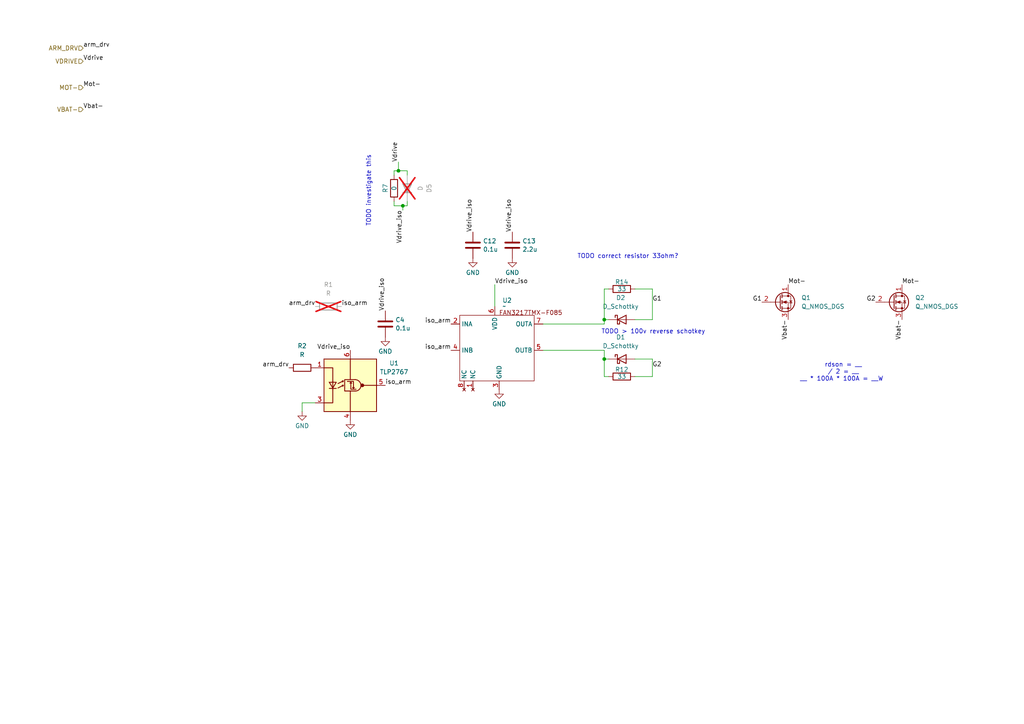
<source format=kicad_sch>
(kicad_sch
	(version 20250114)
	(generator "eeschema")
	(generator_version "9.0")
	(uuid "ed821739-0d94-4510-ab19-be322a329259")
	(paper "A4")
	(lib_symbols
		(symbol "Device:C"
			(pin_numbers
				(hide yes)
			)
			(pin_names
				(offset 0.254)
			)
			(exclude_from_sim no)
			(in_bom yes)
			(on_board yes)
			(property "Reference" "C"
				(at 0.635 2.54 0)
				(effects
					(font
						(size 1.27 1.27)
					)
					(justify left)
				)
			)
			(property "Value" "C"
				(at 0.635 -2.54 0)
				(effects
					(font
						(size 1.27 1.27)
					)
					(justify left)
				)
			)
			(property "Footprint" ""
				(at 0.9652 -3.81 0)
				(effects
					(font
						(size 1.27 1.27)
					)
					(hide yes)
				)
			)
			(property "Datasheet" "~"
				(at 0 0 0)
				(effects
					(font
						(size 1.27 1.27)
					)
					(hide yes)
				)
			)
			(property "Description" "Unpolarized capacitor"
				(at 0 0 0)
				(effects
					(font
						(size 1.27 1.27)
					)
					(hide yes)
				)
			)
			(property "ki_keywords" "cap capacitor"
				(at 0 0 0)
				(effects
					(font
						(size 1.27 1.27)
					)
					(hide yes)
				)
			)
			(property "ki_fp_filters" "C_*"
				(at 0 0 0)
				(effects
					(font
						(size 1.27 1.27)
					)
					(hide yes)
				)
			)
			(symbol "C_0_1"
				(polyline
					(pts
						(xy -2.032 0.762) (xy 2.032 0.762)
					)
					(stroke
						(width 0.508)
						(type default)
					)
					(fill
						(type none)
					)
				)
				(polyline
					(pts
						(xy -2.032 -0.762) (xy 2.032 -0.762)
					)
					(stroke
						(width 0.508)
						(type default)
					)
					(fill
						(type none)
					)
				)
			)
			(symbol "C_1_1"
				(pin passive line
					(at 0 3.81 270)
					(length 2.794)
					(name "~"
						(effects
							(font
								(size 1.27 1.27)
							)
						)
					)
					(number "1"
						(effects
							(font
								(size 1.27 1.27)
							)
						)
					)
				)
				(pin passive line
					(at 0 -3.81 90)
					(length 2.794)
					(name "~"
						(effects
							(font
								(size 1.27 1.27)
							)
						)
					)
					(number "2"
						(effects
							(font
								(size 1.27 1.27)
							)
						)
					)
				)
			)
			(embedded_fonts no)
		)
		(symbol "Device:D"
			(pin_numbers
				(hide yes)
			)
			(pin_names
				(offset 1.016)
				(hide yes)
			)
			(exclude_from_sim no)
			(in_bom yes)
			(on_board yes)
			(property "Reference" "D"
				(at 0 2.54 0)
				(effects
					(font
						(size 1.27 1.27)
					)
				)
			)
			(property "Value" "D"
				(at 0 -2.54 0)
				(effects
					(font
						(size 1.27 1.27)
					)
				)
			)
			(property "Footprint" ""
				(at 0 0 0)
				(effects
					(font
						(size 1.27 1.27)
					)
					(hide yes)
				)
			)
			(property "Datasheet" "~"
				(at 0 0 0)
				(effects
					(font
						(size 1.27 1.27)
					)
					(hide yes)
				)
			)
			(property "Description" "Diode"
				(at 0 0 0)
				(effects
					(font
						(size 1.27 1.27)
					)
					(hide yes)
				)
			)
			(property "Sim.Device" "D"
				(at 0 0 0)
				(effects
					(font
						(size 1.27 1.27)
					)
					(hide yes)
				)
			)
			(property "Sim.Pins" "1=K 2=A"
				(at 0 0 0)
				(effects
					(font
						(size 1.27 1.27)
					)
					(hide yes)
				)
			)
			(property "ki_keywords" "diode"
				(at 0 0 0)
				(effects
					(font
						(size 1.27 1.27)
					)
					(hide yes)
				)
			)
			(property "ki_fp_filters" "TO-???* *_Diode_* *SingleDiode* D_*"
				(at 0 0 0)
				(effects
					(font
						(size 1.27 1.27)
					)
					(hide yes)
				)
			)
			(symbol "D_0_1"
				(polyline
					(pts
						(xy -1.27 1.27) (xy -1.27 -1.27)
					)
					(stroke
						(width 0.254)
						(type default)
					)
					(fill
						(type none)
					)
				)
				(polyline
					(pts
						(xy 1.27 1.27) (xy 1.27 -1.27) (xy -1.27 0) (xy 1.27 1.27)
					)
					(stroke
						(width 0.254)
						(type default)
					)
					(fill
						(type none)
					)
				)
				(polyline
					(pts
						(xy 1.27 0) (xy -1.27 0)
					)
					(stroke
						(width 0)
						(type default)
					)
					(fill
						(type none)
					)
				)
			)
			(symbol "D_1_1"
				(pin passive line
					(at -3.81 0 0)
					(length 2.54)
					(name "K"
						(effects
							(font
								(size 1.27 1.27)
							)
						)
					)
					(number "1"
						(effects
							(font
								(size 1.27 1.27)
							)
						)
					)
				)
				(pin passive line
					(at 3.81 0 180)
					(length 2.54)
					(name "A"
						(effects
							(font
								(size 1.27 1.27)
							)
						)
					)
					(number "2"
						(effects
							(font
								(size 1.27 1.27)
							)
						)
					)
				)
			)
			(embedded_fonts no)
		)
		(symbol "Device:D_Schottky"
			(pin_numbers
				(hide yes)
			)
			(pin_names
				(offset 1.016)
				(hide yes)
			)
			(exclude_from_sim no)
			(in_bom yes)
			(on_board yes)
			(property "Reference" "D"
				(at 0 2.54 0)
				(effects
					(font
						(size 1.27 1.27)
					)
				)
			)
			(property "Value" "D_Schottky"
				(at 0 -2.54 0)
				(effects
					(font
						(size 1.27 1.27)
					)
				)
			)
			(property "Footprint" ""
				(at 0 0 0)
				(effects
					(font
						(size 1.27 1.27)
					)
					(hide yes)
				)
			)
			(property "Datasheet" "~"
				(at 0 0 0)
				(effects
					(font
						(size 1.27 1.27)
					)
					(hide yes)
				)
			)
			(property "Description" "Schottky diode"
				(at 0 0 0)
				(effects
					(font
						(size 1.27 1.27)
					)
					(hide yes)
				)
			)
			(property "ki_keywords" "diode Schottky"
				(at 0 0 0)
				(effects
					(font
						(size 1.27 1.27)
					)
					(hide yes)
				)
			)
			(property "ki_fp_filters" "TO-???* *_Diode_* *SingleDiode* D_*"
				(at 0 0 0)
				(effects
					(font
						(size 1.27 1.27)
					)
					(hide yes)
				)
			)
			(symbol "D_Schottky_0_1"
				(polyline
					(pts
						(xy -1.905 0.635) (xy -1.905 1.27) (xy -1.27 1.27) (xy -1.27 -1.27) (xy -0.635 -1.27) (xy -0.635 -0.635)
					)
					(stroke
						(width 0.254)
						(type default)
					)
					(fill
						(type none)
					)
				)
				(polyline
					(pts
						(xy 1.27 1.27) (xy 1.27 -1.27) (xy -1.27 0) (xy 1.27 1.27)
					)
					(stroke
						(width 0.254)
						(type default)
					)
					(fill
						(type none)
					)
				)
				(polyline
					(pts
						(xy 1.27 0) (xy -1.27 0)
					)
					(stroke
						(width 0)
						(type default)
					)
					(fill
						(type none)
					)
				)
			)
			(symbol "D_Schottky_1_1"
				(pin passive line
					(at -3.81 0 0)
					(length 2.54)
					(name "K"
						(effects
							(font
								(size 1.27 1.27)
							)
						)
					)
					(number "1"
						(effects
							(font
								(size 1.27 1.27)
							)
						)
					)
				)
				(pin passive line
					(at 3.81 0 180)
					(length 2.54)
					(name "A"
						(effects
							(font
								(size 1.27 1.27)
							)
						)
					)
					(number "2"
						(effects
							(font
								(size 1.27 1.27)
							)
						)
					)
				)
			)
			(embedded_fonts no)
		)
		(symbol "Device:R"
			(pin_numbers
				(hide yes)
			)
			(pin_names
				(offset 0)
			)
			(exclude_from_sim no)
			(in_bom yes)
			(on_board yes)
			(property "Reference" "R"
				(at 2.032 0 90)
				(effects
					(font
						(size 1.27 1.27)
					)
				)
			)
			(property "Value" "R"
				(at 0 0 90)
				(effects
					(font
						(size 1.27 1.27)
					)
				)
			)
			(property "Footprint" ""
				(at -1.778 0 90)
				(effects
					(font
						(size 1.27 1.27)
					)
					(hide yes)
				)
			)
			(property "Datasheet" "~"
				(at 0 0 0)
				(effects
					(font
						(size 1.27 1.27)
					)
					(hide yes)
				)
			)
			(property "Description" "Resistor"
				(at 0 0 0)
				(effects
					(font
						(size 1.27 1.27)
					)
					(hide yes)
				)
			)
			(property "ki_keywords" "R res resistor"
				(at 0 0 0)
				(effects
					(font
						(size 1.27 1.27)
					)
					(hide yes)
				)
			)
			(property "ki_fp_filters" "R_*"
				(at 0 0 0)
				(effects
					(font
						(size 1.27 1.27)
					)
					(hide yes)
				)
			)
			(symbol "R_0_1"
				(rectangle
					(start -1.016 -2.54)
					(end 1.016 2.54)
					(stroke
						(width 0.254)
						(type default)
					)
					(fill
						(type none)
					)
				)
			)
			(symbol "R_1_1"
				(pin passive line
					(at 0 3.81 270)
					(length 1.27)
					(name "~"
						(effects
							(font
								(size 1.27 1.27)
							)
						)
					)
					(number "1"
						(effects
							(font
								(size 1.27 1.27)
							)
						)
					)
				)
				(pin passive line
					(at 0 -3.81 90)
					(length 1.27)
					(name "~"
						(effects
							(font
								(size 1.27 1.27)
							)
						)
					)
					(number "2"
						(effects
							(font
								(size 1.27 1.27)
							)
						)
					)
				)
			)
			(embedded_fonts no)
		)
		(symbol "Isolator:TLP2767"
			(pin_names
				(offset 1.016)
				(hide yes)
			)
			(exclude_from_sim no)
			(in_bom yes)
			(on_board yes)
			(property "Reference" "U"
				(at -7.112 8.89 0)
				(effects
					(font
						(size 1.27 1.27)
					)
					(justify left)
				)
			)
			(property "Value" "TLP2767"
				(at 1.016 9.144 0)
				(effects
					(font
						(size 1.27 1.27)
					)
					(justify left)
				)
			)
			(property "Footprint" "Package_SO:SO-6L_10x3.84mm_P1.27mm"
				(at 0 -12.7 0)
				(effects
					(font
						(size 1.27 1.27)
						(italic yes)
					)
					(hide yes)
				)
			)
			(property "Datasheet" "https://toshiba.semicon-storage.com/info/docget.jsp?did=36717&prodName=TLP2767"
				(at 0 0 0)
				(effects
					(font
						(size 1.27 1.27)
					)
					(hide yes)
				)
			)
			(property "Description" "50-Mbps high speed inverting photocouple,5 kVrms, 2.7 - 5.5 Vdd, push-pull output"
				(at 0 0 0)
				(effects
					(font
						(size 1.27 1.27)
					)
					(hide yes)
				)
			)
			(property "ki_keywords" "Photocouple highspeed inverting push-pull output"
				(at 0 0 0)
				(effects
					(font
						(size 1.27 1.27)
					)
					(hide yes)
				)
			)
			(property "ki_fp_filters" "SO*6L*10x3.84mm*P1.27mm*"
				(at 0 0 0)
				(effects
					(font
						(size 1.27 1.27)
					)
					(hide yes)
				)
			)
			(symbol "TLP2767_0_1"
				(rectangle
					(start -7.62 7.62)
					(end 7.62 -7.62)
					(stroke
						(width 0.254)
						(type default)
					)
					(fill
						(type background)
					)
				)
				(polyline
					(pts
						(xy -7.62 -5.08) (xy -5.08 -5.08) (xy -5.08 -1.27)
					)
					(stroke
						(width 0.254)
						(type default)
					)
					(fill
						(type none)
					)
				)
				(polyline
					(pts
						(xy -6.096 0.889) (xy -4.064 0.889) (xy -5.08 -0.762) (xy -6.096 0.889)
					)
					(stroke
						(width 0.254)
						(type default)
					)
					(fill
						(type none)
					)
				)
				(polyline
					(pts
						(xy -6.096 -0.889) (xy -4.064 -0.889)
					)
					(stroke
						(width 0.254)
						(type default)
					)
					(fill
						(type none)
					)
				)
				(polyline
					(pts
						(xy -5.08 1.27) (xy -5.08 0.9144)
					)
					(stroke
						(width 0.254)
						(type default)
					)
					(fill
						(type none)
					)
				)
				(polyline
					(pts
						(xy -5.08 1.27) (xy -5.08 5.08) (xy -7.62 5.08)
					)
					(stroke
						(width 0.254)
						(type default)
					)
					(fill
						(type none)
					)
				)
				(polyline
					(pts
						(xy -5.08 1.016) (xy -5.08 -0.762)
					)
					(stroke
						(width 0.254)
						(type default)
					)
					(fill
						(type none)
					)
				)
				(polyline
					(pts
						(xy -5.08 -1.27) (xy -5.08 -0.9144)
					)
					(stroke
						(width 0.254)
						(type default)
					)
					(fill
						(type none)
					)
				)
				(polyline
					(pts
						(xy -3.556 0.508) (xy -2.032 1.27)
					)
					(stroke
						(width 0.254)
						(type default)
					)
					(fill
						(type none)
					)
				)
				(polyline
					(pts
						(xy -3.556 -0.762) (xy -2.032 0)
					)
					(stroke
						(width 0.254)
						(type default)
					)
					(fill
						(type none)
					)
				)
				(polyline
					(pts
						(xy -2.032 1.27) (xy -2.3368 1.3208)
					)
					(stroke
						(width 0.254)
						(type default)
					)
					(fill
						(type none)
					)
				)
				(polyline
					(pts
						(xy -2.032 1.27) (xy -2.1844 0.9652)
					)
					(stroke
						(width 0.254)
						(type default)
					)
					(fill
						(type none)
					)
				)
				(polyline
					(pts
						(xy -2.032 0) (xy -2.3368 0.0508)
					)
					(stroke
						(width 0.254)
						(type default)
					)
					(fill
						(type none)
					)
				)
				(polyline
					(pts
						(xy -2.032 0) (xy -2.1844 -0.3048)
					)
					(stroke
						(width 0.254)
						(type default)
					)
					(fill
						(type none)
					)
				)
				(polyline
					(pts
						(xy 0 7.5946) (xy 0 1.7018)
					)
					(stroke
						(width 0.254)
						(type default)
					)
					(fill
						(type none)
					)
				)
				(polyline
					(pts
						(xy 0 -7.62) (xy 0 -1.651)
					)
					(stroke
						(width 0.254)
						(type default)
					)
					(fill
						(type none)
					)
				)
				(polyline
					(pts
						(xy 0.1524 0.889) (xy -0.1016 0.635) (xy 0.4064 0.635)
					)
					(stroke
						(width 0.254)
						(type default)
					)
					(fill
						(type none)
					)
				)
				(polyline
					(pts
						(xy 0.9144 -0.889) (xy 0.9144 1.143) (xy -0.8636 1.143)
					)
					(stroke
						(width 0.254)
						(type default)
					)
					(fill
						(type none)
					)
				)
				(polyline
					(pts
						(xy 0.9144 -0.889) (xy 0.6604 -0.635) (xy 1.1684 -0.635) (xy 0.9144 -0.889)
					)
					(stroke
						(width 0.254)
						(type default)
					)
					(fill
						(type none)
					)
				)
				(arc
					(start 1.4224 1.651)
					(mid 2.5738 1.1514)
					(end 3.0734 0)
					(stroke
						(width 0.254)
						(type default)
					)
					(fill
						(type none)
					)
				)
				(polyline
					(pts
						(xy 1.4224 1.651) (xy -1.6256 1.651) (xy -1.6256 -1.651) (xy 1.4224 -1.651)
					)
					(stroke
						(width 0.254)
						(type default)
					)
					(fill
						(type none)
					)
				)
				(arc
					(start 3.0734 0)
					(mid 2.6073 -1.1849)
					(end 1.4224 -1.651)
					(stroke
						(width 0.254)
						(type default)
					)
					(fill
						(type none)
					)
				)
				(polyline
					(pts
						(xy 1.6764 -1.143) (xy 0.1524 -1.143) (xy 0.1524 0.889) (xy 0.4064 0.635)
					)
					(stroke
						(width 0.254)
						(type default)
					)
					(fill
						(type none)
					)
				)
				(circle
					(center 3.4798 0)
					(radius 0.4572)
					(stroke
						(width 0)
						(type default)
					)
					(fill
						(type outline)
					)
				)
				(polyline
					(pts
						(xy 7.747 0) (xy 3.4798 0)
					)
					(stroke
						(width 0.254)
						(type default)
					)
					(fill
						(type none)
					)
				)
			)
			(symbol "TLP2767_1_1"
				(pin passive line
					(at -10.16 5.08 0)
					(length 2.54)
					(name "A"
						(effects
							(font
								(size 1.27 1.27)
							)
						)
					)
					(number "1"
						(effects
							(font
								(size 1.27 1.27)
							)
						)
					)
				)
				(pin passive line
					(at -10.16 -5.08 0)
					(length 2.54)
					(name "K"
						(effects
							(font
								(size 1.27 1.27)
							)
						)
					)
					(number "3"
						(effects
							(font
								(size 1.27 1.27)
							)
						)
					)
				)
				(pin no_connect line
					(at -7.62 0 0)
					(length 2.54)
					(hide yes)
					(name "NC"
						(effects
							(font
								(size 1.27 1.27)
							)
						)
					)
					(number "2"
						(effects
							(font
								(size 1.27 1.27)
							)
						)
					)
				)
				(pin power_in line
					(at 0 10.16 270)
					(length 2.54)
					(name "VDD"
						(effects
							(font
								(size 1.27 1.27)
							)
						)
					)
					(number "6"
						(effects
							(font
								(size 1.27 1.27)
							)
						)
					)
				)
				(pin power_in line
					(at 0 -10.16 90)
					(length 2.54)
					(name "GND"
						(effects
							(font
								(size 1.27 1.27)
							)
						)
					)
					(number "4"
						(effects
							(font
								(size 1.27 1.27)
							)
						)
					)
				)
				(pin output line
					(at 10.16 0 180)
					(length 2.54)
					(name "VO"
						(effects
							(font
								(size 1.27 1.27)
							)
						)
					)
					(number "5"
						(effects
							(font
								(size 1.27 1.27)
							)
						)
					)
				)
			)
			(embedded_fonts no)
		)
		(symbol "New_Library:FAN3217"
			(exclude_from_sim no)
			(in_bom yes)
			(on_board yes)
			(property "Reference" "U"
				(at -7.874 0.762 0)
				(effects
					(font
						(size 1.27 1.27)
					)
				)
			)
			(property "Value" ""
				(at 0 0 0)
				(effects
					(font
						(size 1.27 1.27)
					)
				)
			)
			(property "Footprint" ""
				(at 0 0 0)
				(effects
					(font
						(size 1.27 1.27)
					)
					(hide yes)
				)
			)
			(property "Datasheet" ""
				(at 0 0 0)
				(effects
					(font
						(size 1.27 1.27)
					)
					(hide yes)
				)
			)
			(property "Description" ""
				(at 0 0 0)
				(effects
					(font
						(size 1.27 1.27)
					)
					(hide yes)
				)
			)
			(symbol "FAN3217_0_0"
				(pin input line
					(at -13.97 -2.54 0)
					(length 2.54)
					(name "INA"
						(effects
							(font
								(size 1.27 1.27)
							)
						)
					)
					(number "2"
						(effects
							(font
								(size 1.27 1.27)
							)
						)
					)
				)
				(pin input line
					(at -13.97 -10.16 0)
					(length 2.54)
					(name "INB"
						(effects
							(font
								(size 1.27 1.27)
							)
						)
					)
					(number "4"
						(effects
							(font
								(size 1.27 1.27)
							)
						)
					)
				)
				(pin no_connect line
					(at -10.16 -21.59 90)
					(length 2.54)
					(name "NC"
						(effects
							(font
								(size 1.27 1.27)
							)
						)
					)
					(number "8"
						(effects
							(font
								(size 1.27 1.27)
							)
						)
					)
				)
				(pin no_connect line
					(at -7.62 -21.59 90)
					(length 2.54)
					(name "NC"
						(effects
							(font
								(size 1.27 1.27)
							)
						)
					)
					(number "1"
						(effects
							(font
								(size 1.27 1.27)
							)
						)
					)
				)
				(pin power_in line
					(at -1.27 2.54 270)
					(length 2.54)
					(name "VDD"
						(effects
							(font
								(size 1.27 1.27)
							)
						)
					)
					(number "6"
						(effects
							(font
								(size 1.27 1.27)
							)
						)
					)
				)
				(pin power_in line
					(at 0 -21.59 90)
					(length 2.54)
					(name "GND"
						(effects
							(font
								(size 1.27 1.27)
							)
						)
					)
					(number "3"
						(effects
							(font
								(size 1.27 1.27)
							)
						)
					)
				)
				(pin output line
					(at 12.7 -2.54 180)
					(length 2.54)
					(name "OUTA"
						(effects
							(font
								(size 1.27 1.27)
							)
						)
					)
					(number "7"
						(effects
							(font
								(size 1.27 1.27)
							)
						)
					)
				)
				(pin output line
					(at 12.7 -10.16 180)
					(length 2.54)
					(name "OUTB"
						(effects
							(font
								(size 1.27 1.27)
							)
						)
					)
					(number "5"
						(effects
							(font
								(size 1.27 1.27)
							)
						)
					)
				)
			)
			(symbol "FAN3217_1_1"
				(rectangle
					(start -11.43 0)
					(end 10.16 -19.05)
					(stroke
						(width 0)
						(type default)
					)
					(fill
						(type none)
					)
				)
				(text "FAN3217TMX-F085"
					(at 9.144 0.762 0)
					(effects
						(font
							(size 1.27 1.27)
						)
					)
				)
			)
			(embedded_fonts no)
		)
		(symbol "Transistor_FET:Q_NMOS_DGS"
			(pin_names
				(offset 0)
				(hide yes)
			)
			(exclude_from_sim no)
			(in_bom yes)
			(on_board yes)
			(property "Reference" "Q"
				(at 5.08 1.905 0)
				(effects
					(font
						(size 1.27 1.27)
					)
					(justify left)
				)
			)
			(property "Value" "Q_NMOS_DGS"
				(at 5.08 0 0)
				(effects
					(font
						(size 1.27 1.27)
					)
					(justify left)
				)
			)
			(property "Footprint" ""
				(at 5.08 2.54 0)
				(effects
					(font
						(size 1.27 1.27)
					)
					(hide yes)
				)
			)
			(property "Datasheet" "~"
				(at 0 0 0)
				(effects
					(font
						(size 1.27 1.27)
					)
					(hide yes)
				)
			)
			(property "Description" "N-MOSFET transistor, drain/gate/source"
				(at 0 0 0)
				(effects
					(font
						(size 1.27 1.27)
					)
					(hide yes)
				)
			)
			(property "ki_keywords" "transistor NMOS N-MOS N-MOSFET"
				(at 0 0 0)
				(effects
					(font
						(size 1.27 1.27)
					)
					(hide yes)
				)
			)
			(symbol "Q_NMOS_DGS_0_1"
				(polyline
					(pts
						(xy 0.254 1.905) (xy 0.254 -1.905)
					)
					(stroke
						(width 0.254)
						(type default)
					)
					(fill
						(type none)
					)
				)
				(polyline
					(pts
						(xy 0.254 0) (xy -2.54 0)
					)
					(stroke
						(width 0)
						(type default)
					)
					(fill
						(type none)
					)
				)
				(polyline
					(pts
						(xy 0.762 2.286) (xy 0.762 1.27)
					)
					(stroke
						(width 0.254)
						(type default)
					)
					(fill
						(type none)
					)
				)
				(polyline
					(pts
						(xy 0.762 0.508) (xy 0.762 -0.508)
					)
					(stroke
						(width 0.254)
						(type default)
					)
					(fill
						(type none)
					)
				)
				(polyline
					(pts
						(xy 0.762 -1.27) (xy 0.762 -2.286)
					)
					(stroke
						(width 0.254)
						(type default)
					)
					(fill
						(type none)
					)
				)
				(polyline
					(pts
						(xy 0.762 -1.778) (xy 3.302 -1.778) (xy 3.302 1.778) (xy 0.762 1.778)
					)
					(stroke
						(width 0)
						(type default)
					)
					(fill
						(type none)
					)
				)
				(polyline
					(pts
						(xy 1.016 0) (xy 2.032 0.381) (xy 2.032 -0.381) (xy 1.016 0)
					)
					(stroke
						(width 0)
						(type default)
					)
					(fill
						(type outline)
					)
				)
				(circle
					(center 1.651 0)
					(radius 2.794)
					(stroke
						(width 0.254)
						(type default)
					)
					(fill
						(type none)
					)
				)
				(polyline
					(pts
						(xy 2.54 2.54) (xy 2.54 1.778)
					)
					(stroke
						(width 0)
						(type default)
					)
					(fill
						(type none)
					)
				)
				(circle
					(center 2.54 1.778)
					(radius 0.254)
					(stroke
						(width 0)
						(type default)
					)
					(fill
						(type outline)
					)
				)
				(circle
					(center 2.54 -1.778)
					(radius 0.254)
					(stroke
						(width 0)
						(type default)
					)
					(fill
						(type outline)
					)
				)
				(polyline
					(pts
						(xy 2.54 -2.54) (xy 2.54 0) (xy 0.762 0)
					)
					(stroke
						(width 0)
						(type default)
					)
					(fill
						(type none)
					)
				)
				(polyline
					(pts
						(xy 2.921 0.381) (xy 3.683 0.381)
					)
					(stroke
						(width 0)
						(type default)
					)
					(fill
						(type none)
					)
				)
				(polyline
					(pts
						(xy 3.302 0.381) (xy 2.921 -0.254) (xy 3.683 -0.254) (xy 3.302 0.381)
					)
					(stroke
						(width 0)
						(type default)
					)
					(fill
						(type none)
					)
				)
			)
			(symbol "Q_NMOS_DGS_1_1"
				(pin input line
					(at -5.08 0 0)
					(length 2.54)
					(name "G"
						(effects
							(font
								(size 1.27 1.27)
							)
						)
					)
					(number "2"
						(effects
							(font
								(size 1.27 1.27)
							)
						)
					)
				)
				(pin passive line
					(at 2.54 5.08 270)
					(length 2.54)
					(name "D"
						(effects
							(font
								(size 1.27 1.27)
							)
						)
					)
					(number "1"
						(effects
							(font
								(size 1.27 1.27)
							)
						)
					)
				)
				(pin passive line
					(at 2.54 -5.08 90)
					(length 2.54)
					(name "S"
						(effects
							(font
								(size 1.27 1.27)
							)
						)
					)
					(number "3"
						(effects
							(font
								(size 1.27 1.27)
							)
						)
					)
				)
			)
			(embedded_fonts no)
		)
		(symbol "power:GND"
			(power)
			(pin_numbers
				(hide yes)
			)
			(pin_names
				(offset 0)
				(hide yes)
			)
			(exclude_from_sim no)
			(in_bom yes)
			(on_board yes)
			(property "Reference" "#PWR"
				(at 0 -6.35 0)
				(effects
					(font
						(size 1.27 1.27)
					)
					(hide yes)
				)
			)
			(property "Value" "GND"
				(at 0 -3.81 0)
				(effects
					(font
						(size 1.27 1.27)
					)
				)
			)
			(property "Footprint" ""
				(at 0 0 0)
				(effects
					(font
						(size 1.27 1.27)
					)
					(hide yes)
				)
			)
			(property "Datasheet" ""
				(at 0 0 0)
				(effects
					(font
						(size 1.27 1.27)
					)
					(hide yes)
				)
			)
			(property "Description" "Power symbol creates a global label with name \"GND\" , ground"
				(at 0 0 0)
				(effects
					(font
						(size 1.27 1.27)
					)
					(hide yes)
				)
			)
			(property "ki_keywords" "global power"
				(at 0 0 0)
				(effects
					(font
						(size 1.27 1.27)
					)
					(hide yes)
				)
			)
			(symbol "GND_0_1"
				(polyline
					(pts
						(xy 0 0) (xy 0 -1.27) (xy 1.27 -1.27) (xy 0 -2.54) (xy -1.27 -1.27) (xy 0 -1.27)
					)
					(stroke
						(width 0)
						(type default)
					)
					(fill
						(type none)
					)
				)
			)
			(symbol "GND_1_1"
				(pin power_in line
					(at 0 0 270)
					(length 0)
					(name "~"
						(effects
							(font
								(size 1.27 1.27)
							)
						)
					)
					(number "1"
						(effects
							(font
								(size 1.27 1.27)
							)
						)
					)
				)
			)
			(embedded_fonts no)
		)
	)
	(text "TODO correct resistor 33ohm?"
		(exclude_from_sim no)
		(at 182.118 74.422 0)
		(effects
			(font
				(size 1.27 1.27)
			)
		)
		(uuid "39ad959c-cb26-44b4-9e38-7304b1a1f5cb")
	)
	(text "rdson = __\n/ 2 = __\n__ * 100A * 100A = __W "
		(exclude_from_sim no)
		(at 244.602 107.95 0)
		(effects
			(font
				(size 1.27 1.27)
			)
		)
		(uuid "69c62be6-fdce-4db8-b702-33efeddb0738")
	)
	(text "TODO > 100v reverse schotkey"
		(exclude_from_sim no)
		(at 189.484 96.266 0)
		(effects
			(font
				(size 1.27 1.27)
			)
		)
		(uuid "c3972a69-c8c8-43dc-91e2-7ba1de088c90")
	)
	(text "TODO investigate this"
		(exclude_from_sim no)
		(at 106.934 55.372 90)
		(effects
			(font
				(size 1.27 1.27)
			)
		)
		(uuid "e944125b-8ad1-4107-b889-48026a3d253b")
	)
	(junction
		(at 175.26 92.71)
		(diameter 0)
		(color 0 0 0 0)
		(uuid "231ae36c-f65f-44b9-8b35-da5d63f811b5")
	)
	(junction
		(at 115.57 49.53)
		(diameter 0)
		(color 0 0 0 0)
		(uuid "3aefdbd7-f9d6-40c5-8534-4a87c8ef888d")
	)
	(junction
		(at 116.84 59.69)
		(diameter 0)
		(color 0 0 0 0)
		(uuid "9a50800d-0b22-4fdb-9aa4-b00eea1a2eff")
	)
	(junction
		(at 175.26 104.14)
		(diameter 0)
		(color 0 0 0 0)
		(uuid "9e1ebb76-6a6d-4d06-9719-c4a6d7afce66")
	)
	(wire
		(pts
			(xy 175.26 93.98) (xy 157.48 93.98)
		)
		(stroke
			(width 0)
			(type default)
		)
		(uuid "22c372db-50d5-468a-ad2e-b8617e2e2086")
	)
	(wire
		(pts
			(xy 115.57 49.53) (xy 118.11 49.53)
		)
		(stroke
			(width 0)
			(type default)
		)
		(uuid "243529cd-3659-4f3b-b477-6b2847064d59")
	)
	(wire
		(pts
			(xy 175.26 101.6) (xy 157.48 101.6)
		)
		(stroke
			(width 0)
			(type default)
		)
		(uuid "2d6b061b-3d9e-4672-a193-b3756e666f34")
	)
	(wire
		(pts
			(xy 189.23 92.71) (xy 184.15 92.71)
		)
		(stroke
			(width 0)
			(type default)
		)
		(uuid "326bb4a3-f01d-4b82-94ba-2f887da48bf4")
	)
	(wire
		(pts
			(xy 118.11 49.53) (xy 118.11 50.8)
		)
		(stroke
			(width 0)
			(type default)
		)
		(uuid "37ddaf7b-758d-498b-b506-8b5cd5be5055")
	)
	(wire
		(pts
			(xy 175.26 83.82) (xy 175.26 92.71)
		)
		(stroke
			(width 0)
			(type default)
		)
		(uuid "3a741432-4fd9-496d-8ef5-36d1c2d94e3d")
	)
	(wire
		(pts
			(xy 175.26 92.71) (xy 175.26 93.98)
		)
		(stroke
			(width 0)
			(type default)
		)
		(uuid "3d1d8032-0854-4b51-bae2-ee1882a5b5f8")
	)
	(wire
		(pts
			(xy 189.23 83.82) (xy 189.23 92.71)
		)
		(stroke
			(width 0)
			(type default)
		)
		(uuid "405604fc-5cab-4810-a30d-963439625a2f")
	)
	(wire
		(pts
			(xy 175.26 104.14) (xy 176.53 104.14)
		)
		(stroke
			(width 0)
			(type default)
		)
		(uuid "43e4d9ba-7c6b-4f69-b916-908e8eef1ab1")
	)
	(wire
		(pts
			(xy 87.63 119.38) (xy 87.63 116.84)
		)
		(stroke
			(width 0)
			(type default)
		)
		(uuid "447776fa-d621-4a25-a422-d454577fe1ae")
	)
	(wire
		(pts
			(xy 115.57 49.53) (xy 114.3 49.53)
		)
		(stroke
			(width 0)
			(type default)
		)
		(uuid "4e428fef-2a31-4289-bea9-e8e638f5224c")
	)
	(wire
		(pts
			(xy 175.26 83.82) (xy 176.53 83.82)
		)
		(stroke
			(width 0)
			(type default)
		)
		(uuid "6e024bd5-8169-4090-b32c-1cf654756759")
	)
	(wire
		(pts
			(xy 175.26 104.14) (xy 175.26 101.6)
		)
		(stroke
			(width 0)
			(type default)
		)
		(uuid "75e87e0d-6405-4d67-939d-4be5b5bf8cfb")
	)
	(wire
		(pts
			(xy 114.3 58.42) (xy 114.3 59.69)
		)
		(stroke
			(width 0)
			(type default)
		)
		(uuid "7e1d18f3-ab62-4000-b9c7-a7f4122a1262")
	)
	(wire
		(pts
			(xy 175.26 109.22) (xy 175.26 104.14)
		)
		(stroke
			(width 0)
			(type default)
		)
		(uuid "7f4ce87e-8c2b-447e-96b1-65126828ba8a")
	)
	(wire
		(pts
			(xy 115.57 46.99) (xy 115.57 49.53)
		)
		(stroke
			(width 0)
			(type default)
		)
		(uuid "81118aeb-9d59-457a-b0fc-8ffcee52643c")
	)
	(wire
		(pts
			(xy 118.11 59.69) (xy 118.11 58.42)
		)
		(stroke
			(width 0)
			(type default)
		)
		(uuid "8d515838-653d-4ac4-846f-e79c4ecf6934")
	)
	(wire
		(pts
			(xy 116.84 59.69) (xy 116.84 60.96)
		)
		(stroke
			(width 0)
			(type default)
		)
		(uuid "9236b311-ca4f-4ff6-909d-433049e05b4e")
	)
	(wire
		(pts
			(xy 189.23 109.22) (xy 184.15 109.22)
		)
		(stroke
			(width 0)
			(type default)
		)
		(uuid "9c0cbcfb-705a-4157-9fab-992962636e33")
	)
	(wire
		(pts
			(xy 189.23 104.14) (xy 189.23 109.22)
		)
		(stroke
			(width 0)
			(type default)
		)
		(uuid "9efc38ca-c4c9-4b90-b4af-db2edd652fd6")
	)
	(wire
		(pts
			(xy 87.63 116.84) (xy 91.44 116.84)
		)
		(stroke
			(width 0)
			(type default)
		)
		(uuid "9f369f6d-11b2-40fe-b6b1-6a4c15e59b58")
	)
	(wire
		(pts
			(xy 175.26 109.22) (xy 176.53 109.22)
		)
		(stroke
			(width 0)
			(type default)
		)
		(uuid "a2122d84-df82-45a3-af90-fc8e3b674954")
	)
	(wire
		(pts
			(xy 184.15 104.14) (xy 189.23 104.14)
		)
		(stroke
			(width 0)
			(type default)
		)
		(uuid "ab48671d-d534-4730-8fc0-ae19e9b2cac5")
	)
	(wire
		(pts
			(xy 184.15 83.82) (xy 189.23 83.82)
		)
		(stroke
			(width 0)
			(type default)
		)
		(uuid "ce790d1d-8f1c-4792-aa81-647fd862b073")
	)
	(wire
		(pts
			(xy 114.3 49.53) (xy 114.3 50.8)
		)
		(stroke
			(width 0)
			(type default)
		)
		(uuid "e0ef1d30-3875-433a-b56c-f190e0a048c4")
	)
	(wire
		(pts
			(xy 116.84 59.69) (xy 118.11 59.69)
		)
		(stroke
			(width 0)
			(type default)
		)
		(uuid "e5daf2cf-4274-401e-9520-5803a68d8d59")
	)
	(wire
		(pts
			(xy 114.3 59.69) (xy 116.84 59.69)
		)
		(stroke
			(width 0)
			(type default)
		)
		(uuid "ee3a6b8b-46ed-4600-9a9d-4c36b8f21ddb")
	)
	(wire
		(pts
			(xy 175.26 92.71) (xy 176.53 92.71)
		)
		(stroke
			(width 0)
			(type default)
		)
		(uuid "f60f57ff-9ddf-4f72-a207-6ef22b2e8327")
	)
	(wire
		(pts
			(xy 143.51 82.55) (xy 143.51 88.9)
		)
		(stroke
			(width 0)
			(type default)
		)
		(uuid "f6a57d09-b637-43d1-8268-6f0c6ac144f9")
	)
	(label "iso_arm"
		(at 99.06 88.9 0)
		(effects
			(font
				(size 1.27 1.27)
			)
			(justify left bottom)
		)
		(uuid "01598852-7e01-40b0-9b96-58e4cd983f04")
	)
	(label "arm_drv"
		(at 24.13 13.97 0)
		(effects
			(font
				(size 1.27 1.27)
			)
			(justify left bottom)
		)
		(uuid "0786d064-eb3a-48b0-a238-c79cd503f04b")
	)
	(label "Vdrive_iso"
		(at 143.51 82.55 0)
		(effects
			(font
				(size 1.27 1.27)
			)
			(justify left bottom)
		)
		(uuid "08041304-9cdc-4473-92d7-8727ae1f2f7b")
	)
	(label "Mot-"
		(at 228.6 82.55 0)
		(effects
			(font
				(size 1.27 1.27)
			)
			(justify left bottom)
		)
		(uuid "11e564a2-a648-43a1-8829-4919f35fa116")
	)
	(label "Vdrive"
		(at 24.13 17.78 0)
		(effects
			(font
				(size 1.27 1.27)
			)
			(justify left bottom)
		)
		(uuid "1249a08d-3116-440b-86a4-6c6ce7b94c4c")
	)
	(label "Vbat-"
		(at 24.13 31.75 0)
		(effects
			(font
				(size 1.27 1.27)
			)
			(justify left bottom)
		)
		(uuid "15f62585-a7b7-4ddd-b6c5-6791f57d6156")
	)
	(label "iso_arm"
		(at 130.81 101.6 180)
		(effects
			(font
				(size 1.27 1.27)
			)
			(justify right bottom)
		)
		(uuid "167117ea-4e0a-43de-90b3-7d19ebbc1666")
	)
	(label "arm_drv"
		(at 83.82 106.68 180)
		(effects
			(font
				(size 1.27 1.27)
			)
			(justify right bottom)
		)
		(uuid "1b92f8aa-6efb-42a3-acbc-f51df0305c30")
	)
	(label "Vdrive_iso"
		(at 101.6 101.6 180)
		(effects
			(font
				(size 1.27 1.27)
			)
			(justify right bottom)
		)
		(uuid "1c296d10-7f96-4669-9ccf-e4e82c81a6d3")
	)
	(label "Vdrive_iso"
		(at 148.59 67.31 90)
		(effects
			(font
				(size 1.27 1.27)
			)
			(justify left bottom)
		)
		(uuid "1c9e4093-85d5-44b8-8032-036e2ede7f44")
	)
	(label "G2"
		(at 189.23 106.68 0)
		(effects
			(font
				(size 1.27 1.27)
			)
			(justify left bottom)
		)
		(uuid "30807585-1a23-4fd1-8b36-2d41f02f7d34")
	)
	(label "Vdrive_iso"
		(at 111.76 90.17 90)
		(effects
			(font
				(size 1.27 1.27)
			)
			(justify left bottom)
		)
		(uuid "36dd1653-27a5-49d4-9380-8406e24ba5e7")
	)
	(label "Mot-"
		(at 261.62 82.55 0)
		(effects
			(font
				(size 1.27 1.27)
			)
			(justify left bottom)
		)
		(uuid "43dd1398-41c9-4418-9153-927173a62f6b")
	)
	(label "Vdrive_iso"
		(at 137.16 67.31 90)
		(effects
			(font
				(size 1.27 1.27)
			)
			(justify left bottom)
		)
		(uuid "61229680-a851-41b0-87ed-aa65e5b87bf5")
	)
	(label "Vdrive"
		(at 115.57 46.99 90)
		(effects
			(font
				(size 1.27 1.27)
			)
			(justify left bottom)
		)
		(uuid "61c539b9-7cc6-4006-b194-461952cd3345")
	)
	(label "G2"
		(at 254 87.63 180)
		(effects
			(font
				(size 1.27 1.27)
			)
			(justify right bottom)
		)
		(uuid "6211a23f-7962-4d81-929f-8115c6a610f1")
	)
	(label "Vdrive_iso"
		(at 116.84 60.96 270)
		(effects
			(font
				(size 1.27 1.27)
			)
			(justify right bottom)
		)
		(uuid "69119efd-052c-4e01-8c93-4f6fd159c835")
	)
	(label "Mot-"
		(at 24.13 25.4 0)
		(effects
			(font
				(size 1.27 1.27)
			)
			(justify left bottom)
		)
		(uuid "694b31b5-1731-43dd-b20b-97c63463d7bc")
	)
	(label "iso_arm"
		(at 130.81 93.98 180)
		(effects
			(font
				(size 1.27 1.27)
			)
			(justify right bottom)
		)
		(uuid "7063f870-608b-4d81-b039-51307548b126")
	)
	(label "iso_arm"
		(at 111.76 111.76 0)
		(effects
			(font
				(size 1.27 1.27)
			)
			(justify left bottom)
		)
		(uuid "773f1219-3986-40cb-8c7d-85e975fd38d6")
	)
	(label "G1"
		(at 220.98 87.63 180)
		(effects
			(font
				(size 1.27 1.27)
			)
			(justify right bottom)
		)
		(uuid "794ac487-7511-4535-8751-bb5cb7a22495")
	)
	(label "arm_drv"
		(at 91.44 88.9 180)
		(effects
			(font
				(size 1.27 1.27)
			)
			(justify right bottom)
		)
		(uuid "87414c4f-958c-43db-8b9b-2a274c5fb805")
	)
	(label "G1"
		(at 189.23 87.63 0)
		(effects
			(font
				(size 1.27 1.27)
			)
			(justify left bottom)
		)
		(uuid "9423b7c5-064a-40c8-a9c9-689adea99a04")
	)
	(label "Vbat-"
		(at 261.62 92.71 270)
		(effects
			(font
				(size 1.27 1.27)
			)
			(justify right bottom)
		)
		(uuid "ad329173-1afa-44a7-bdb6-589beff869cf")
	)
	(label "Vbat-"
		(at 228.6 92.71 270)
		(effects
			(font
				(size 1.27 1.27)
			)
			(justify right bottom)
		)
		(uuid "e6f15a00-afb6-4d0d-869d-ebb68ee042e9")
	)
	(hierarchical_label "MOT-"
		(shape input)
		(at 24.13 25.4 180)
		(effects
			(font
				(size 1.27 1.27)
			)
			(justify right)
		)
		(uuid "4662da30-25dd-4ae0-a920-c352e036af62")
	)
	(hierarchical_label "ARM_DRV"
		(shape input)
		(at 24.13 13.97 180)
		(effects
			(font
				(size 1.27 1.27)
			)
			(justify right)
		)
		(uuid "46a376bf-baa5-42f2-9dfb-33028ed553c3")
	)
	(hierarchical_label "VBAT-"
		(shape input)
		(at 24.13 31.75 180)
		(effects
			(font
				(size 1.27 1.27)
			)
			(justify right)
		)
		(uuid "7f0e367e-8928-4e51-916e-cfecb71a820b")
	)
	(hierarchical_label "VDRIVE"
		(shape input)
		(at 24.13 17.78 180)
		(effects
			(font
				(size 1.27 1.27)
			)
			(justify right)
		)
		(uuid "abc8d9e4-1e2b-46ee-b415-3f26ae710bd8")
	)
	(symbol
		(lib_id "power:GND")
		(at 87.63 119.38 0)
		(unit 1)
		(exclude_from_sim no)
		(in_bom yes)
		(on_board yes)
		(dnp no)
		(fields_autoplaced yes)
		(uuid "02502655-0ccf-4fce-8c04-8d2801b70948")
		(property "Reference" "#PWR09"
			(at 87.63 125.73 0)
			(effects
				(font
					(size 1.27 1.27)
				)
				(hide yes)
			)
		)
		(property "Value" "GND"
			(at 87.63 123.5131 0)
			(effects
				(font
					(size 1.27 1.27)
				)
			)
		)
		(property "Footprint" ""
			(at 87.63 119.38 0)
			(effects
				(font
					(size 1.27 1.27)
				)
				(hide yes)
			)
		)
		(property "Datasheet" ""
			(at 87.63 119.38 0)
			(effects
				(font
					(size 1.27 1.27)
				)
				(hide yes)
			)
		)
		(property "Description" "Power symbol creates a global label with name \"GND\" , ground"
			(at 87.63 119.38 0)
			(effects
				(font
					(size 1.27 1.27)
				)
				(hide yes)
			)
		)
		(pin "1"
			(uuid "409d3f75-3d0f-406d-999b-3b8e824b5952")
		)
		(instances
			(project "BenchTest2_MIC4606"
				(path "/5c5197d3-4aa5-4f8b-b790-1e4b8d49fd62/6614bcbf-a6ee-4236-bd05-34316589a024"
					(reference "#PWR09")
					(unit 1)
				)
			)
		)
	)
	(symbol
		(lib_id "Device:R")
		(at 114.3 54.61 0)
		(unit 1)
		(exclude_from_sim no)
		(in_bom yes)
		(on_board yes)
		(dnp no)
		(uuid "0b160e3b-5b9f-4b41-a54d-5a4eff6adb43")
		(property "Reference" "R7"
			(at 111.76 54.61 90)
			(effects
				(font
					(size 1.27 1.27)
				)
			)
		)
		(property "Value" "0"
			(at 114.3 54.61 90)
			(effects
				(font
					(size 1.27 1.27)
				)
			)
		)
		(property "Footprint" ""
			(at 112.522 54.61 90)
			(effects
				(font
					(size 1.27 1.27)
				)
				(hide yes)
			)
		)
		(property "Datasheet" "~"
			(at 114.3 54.61 0)
			(effects
				(font
					(size 1.27 1.27)
				)
				(hide yes)
			)
		)
		(property "Description" "Resistor"
			(at 114.3 54.61 0)
			(effects
				(font
					(size 1.27 1.27)
				)
				(hide yes)
			)
		)
		(pin "1"
			(uuid "319e7e46-8906-48f2-9486-5d6863add9a5")
		)
		(pin "2"
			(uuid "a41011b9-5cd4-4700-9df4-cc43fd4b4f4f")
		)
		(instances
			(project "BenchTest2_MIC4606"
				(path "/5c5197d3-4aa5-4f8b-b790-1e4b8d49fd62/6614bcbf-a6ee-4236-bd05-34316589a024"
					(reference "R7")
					(unit 1)
				)
			)
		)
	)
	(symbol
		(lib_id "Device:R")
		(at 87.63 106.68 90)
		(unit 1)
		(exclude_from_sim no)
		(in_bom yes)
		(on_board yes)
		(dnp no)
		(fields_autoplaced yes)
		(uuid "12021230-471f-4cbb-b03c-9f47b03ddd80")
		(property "Reference" "R2"
			(at 87.63 100.33 90)
			(effects
				(font
					(size 1.27 1.27)
				)
			)
		)
		(property "Value" "R"
			(at 87.63 102.87 90)
			(effects
				(font
					(size 1.27 1.27)
				)
			)
		)
		(property "Footprint" ""
			(at 87.63 108.458 90)
			(effects
				(font
					(size 1.27 1.27)
				)
				(hide yes)
			)
		)
		(property "Datasheet" "~"
			(at 87.63 106.68 0)
			(effects
				(font
					(size 1.27 1.27)
				)
				(hide yes)
			)
		)
		(property "Description" "Resistor"
			(at 87.63 106.68 0)
			(effects
				(font
					(size 1.27 1.27)
				)
				(hide yes)
			)
		)
		(pin "2"
			(uuid "f4ef226f-b8ae-4692-9b28-7cc18223fac3")
		)
		(pin "1"
			(uuid "59fc2f15-d85f-4b25-af16-24ed7a565875")
		)
		(instances
			(project ""
				(path "/5c5197d3-4aa5-4f8b-b790-1e4b8d49fd62/6614bcbf-a6ee-4236-bd05-34316589a024"
					(reference "R2")
					(unit 1)
				)
			)
		)
	)
	(symbol
		(lib_id "Device:C")
		(at 148.59 71.12 0)
		(unit 1)
		(exclude_from_sim no)
		(in_bom yes)
		(on_board yes)
		(dnp no)
		(fields_autoplaced yes)
		(uuid "193ac715-afec-4769-a870-9023ac701ff1")
		(property "Reference" "C13"
			(at 151.511 69.9078 0)
			(effects
				(font
					(size 1.27 1.27)
				)
				(justify left)
			)
		)
		(property "Value" "2.2u"
			(at 151.511 72.3321 0)
			(effects
				(font
					(size 1.27 1.27)
				)
				(justify left)
			)
		)
		(property "Footprint" "Capacitor_SMD:C_0603_1608Metric_Pad1.08x0.95mm_HandSolder"
			(at 149.5552 74.93 0)
			(effects
				(font
					(size 1.27 1.27)
				)
				(hide yes)
			)
		)
		(property "Datasheet" "~"
			(at 148.59 71.12 0)
			(effects
				(font
					(size 1.27 1.27)
				)
				(hide yes)
			)
		)
		(property "Description" "Unpolarized capacitor"
			(at 148.59 71.12 0)
			(effects
				(font
					(size 1.27 1.27)
				)
				(hide yes)
			)
		)
		(pin "1"
			(uuid "e15d4166-1c1d-479f-9a07-d2cc58943867")
		)
		(pin "2"
			(uuid "d4d97bd9-3fcf-4e73-8589-afa84dea3cca")
		)
		(instances
			(project "BenchTest2_MIC4606"
				(path "/5c5197d3-4aa5-4f8b-b790-1e4b8d49fd62/6614bcbf-a6ee-4236-bd05-34316589a024"
					(reference "C13")
					(unit 1)
				)
			)
		)
	)
	(symbol
		(lib_id "Device:C")
		(at 111.76 93.98 0)
		(unit 1)
		(exclude_from_sim no)
		(in_bom yes)
		(on_board yes)
		(dnp no)
		(fields_autoplaced yes)
		(uuid "303723e8-28cc-4bf4-a697-84a345c85f33")
		(property "Reference" "C4"
			(at 114.681 92.7678 0)
			(effects
				(font
					(size 1.27 1.27)
				)
				(justify left)
			)
		)
		(property "Value" "0.1u"
			(at 114.681 95.1921 0)
			(effects
				(font
					(size 1.27 1.27)
				)
				(justify left)
			)
		)
		(property "Footprint" "Capacitor_SMD:C_0402_1005Metric_Pad0.74x0.62mm_HandSolder"
			(at 112.7252 97.79 0)
			(effects
				(font
					(size 1.27 1.27)
				)
				(hide yes)
			)
		)
		(property "Datasheet" "~"
			(at 111.76 93.98 0)
			(effects
				(font
					(size 1.27 1.27)
				)
				(hide yes)
			)
		)
		(property "Description" "Unpolarized capacitor"
			(at 111.76 93.98 0)
			(effects
				(font
					(size 1.27 1.27)
				)
				(hide yes)
			)
		)
		(pin "1"
			(uuid "01732015-3916-421a-b86c-fcf7d970ba96")
		)
		(pin "2"
			(uuid "ddf153f0-90b1-45df-8a2e-5029d9fad34c")
		)
		(instances
			(project "BenchTest2_MIC4606"
				(path "/5c5197d3-4aa5-4f8b-b790-1e4b8d49fd62/6614bcbf-a6ee-4236-bd05-34316589a024"
					(reference "C4")
					(unit 1)
				)
			)
		)
	)
	(symbol
		(lib_id "Device:R")
		(at 180.34 109.22 90)
		(unit 1)
		(exclude_from_sim no)
		(in_bom yes)
		(on_board yes)
		(dnp no)
		(uuid "3bee88cf-9a62-4413-ac1e-3bfd8fadea70")
		(property "Reference" "R12"
			(at 180.34 107.188 90)
			(effects
				(font
					(size 1.27 1.27)
				)
			)
		)
		(property "Value" "33"
			(at 180.34 109.22 90)
			(effects
				(font
					(size 1.27 1.27)
				)
			)
		)
		(property "Footprint" "Resistor_SMD:R_0402_1005Metric_Pad0.72x0.64mm_HandSolder"
			(at 180.34 110.998 90)
			(effects
				(font
					(size 1.27 1.27)
				)
				(hide yes)
			)
		)
		(property "Datasheet" "~"
			(at 180.34 109.22 0)
			(effects
				(font
					(size 1.27 1.27)
				)
				(hide yes)
			)
		)
		(property "Description" "Resistor"
			(at 180.34 109.22 0)
			(effects
				(font
					(size 1.27 1.27)
				)
				(hide yes)
			)
		)
		(pin "1"
			(uuid "6bf39b25-1fc6-45df-ac1c-5c9af4782813")
		)
		(pin "2"
			(uuid "e618a9bb-e11c-4b89-a2d1-97cb425e8cd5")
		)
		(instances
			(project "BenchTest2_MIC4606"
				(path "/5c5197d3-4aa5-4f8b-b790-1e4b8d49fd62/6614bcbf-a6ee-4236-bd05-34316589a024"
					(reference "R12")
					(unit 1)
				)
			)
		)
	)
	(symbol
		(lib_id "Device:R")
		(at 180.34 83.82 90)
		(unit 1)
		(exclude_from_sim no)
		(in_bom yes)
		(on_board yes)
		(dnp no)
		(uuid "449334b6-9552-46f4-bd84-4d5d84b32d33")
		(property "Reference" "R14"
			(at 180.34 81.788 90)
			(effects
				(font
					(size 1.27 1.27)
				)
			)
		)
		(property "Value" "33"
			(at 180.34 83.82 90)
			(effects
				(font
					(size 1.27 1.27)
				)
			)
		)
		(property "Footprint" "Resistor_SMD:R_0402_1005Metric_Pad0.72x0.64mm_HandSolder"
			(at 180.34 85.598 90)
			(effects
				(font
					(size 1.27 1.27)
				)
				(hide yes)
			)
		)
		(property "Datasheet" "~"
			(at 180.34 83.82 0)
			(effects
				(font
					(size 1.27 1.27)
				)
				(hide yes)
			)
		)
		(property "Description" "Resistor"
			(at 180.34 83.82 0)
			(effects
				(font
					(size 1.27 1.27)
				)
				(hide yes)
			)
		)
		(pin "1"
			(uuid "488124ef-2317-4fdc-92b7-9395e9f1a204")
		)
		(pin "2"
			(uuid "f733b5ed-f796-4d77-92ee-3024bf0a87e0")
		)
		(instances
			(project "BenchTest2_MIC4606"
				(path "/5c5197d3-4aa5-4f8b-b790-1e4b8d49fd62/6614bcbf-a6ee-4236-bd05-34316589a024"
					(reference "R14")
					(unit 1)
				)
			)
		)
	)
	(symbol
		(lib_id "power:GND")
		(at 101.6 121.92 0)
		(unit 1)
		(exclude_from_sim no)
		(in_bom yes)
		(on_board yes)
		(dnp no)
		(fields_autoplaced yes)
		(uuid "589dbe27-424b-450b-b83e-7d6d4a17bd33")
		(property "Reference" "#PWR08"
			(at 101.6 128.27 0)
			(effects
				(font
					(size 1.27 1.27)
				)
				(hide yes)
			)
		)
		(property "Value" "GND"
			(at 101.6 126.0531 0)
			(effects
				(font
					(size 1.27 1.27)
				)
			)
		)
		(property "Footprint" ""
			(at 101.6 121.92 0)
			(effects
				(font
					(size 1.27 1.27)
				)
				(hide yes)
			)
		)
		(property "Datasheet" ""
			(at 101.6 121.92 0)
			(effects
				(font
					(size 1.27 1.27)
				)
				(hide yes)
			)
		)
		(property "Description" "Power symbol creates a global label with name \"GND\" , ground"
			(at 101.6 121.92 0)
			(effects
				(font
					(size 1.27 1.27)
				)
				(hide yes)
			)
		)
		(pin "1"
			(uuid "38445ced-9dba-4a51-8200-183fc368696b")
		)
		(instances
			(project "BenchTest2_MIC4606"
				(path "/5c5197d3-4aa5-4f8b-b790-1e4b8d49fd62/6614bcbf-a6ee-4236-bd05-34316589a024"
					(reference "#PWR08")
					(unit 1)
				)
			)
		)
	)
	(symbol
		(lib_id "Transistor_FET:Q_NMOS_DGS")
		(at 259.08 87.63 0)
		(unit 1)
		(exclude_from_sim no)
		(in_bom yes)
		(on_board yes)
		(dnp no)
		(fields_autoplaced yes)
		(uuid "8bb97ac9-fd13-467c-a3e9-33c5a9320e05")
		(property "Reference" "Q2"
			(at 265.43 86.3599 0)
			(effects
				(font
					(size 1.27 1.27)
				)
				(justify left)
			)
		)
		(property "Value" "Q_NMOS_DGS"
			(at 265.43 88.8999 0)
			(effects
				(font
					(size 1.27 1.27)
				)
				(justify left)
			)
		)
		(property "Footprint" ""
			(at 264.16 85.09 0)
			(effects
				(font
					(size 1.27 1.27)
				)
				(hide yes)
			)
		)
		(property "Datasheet" "~"
			(at 259.08 87.63 0)
			(effects
				(font
					(size 1.27 1.27)
				)
				(hide yes)
			)
		)
		(property "Description" "N-MOSFET transistor, drain/gate/source"
			(at 259.08 87.63 0)
			(effects
				(font
					(size 1.27 1.27)
				)
				(hide yes)
			)
		)
		(pin "2"
			(uuid "90343590-e74b-4887-b9d2-6c6f4076e824")
		)
		(pin "3"
			(uuid "cfe6fffe-0601-42a5-9578-62f896e9a48d")
		)
		(pin "1"
			(uuid "9431507b-6fc4-49f8-9a81-a300ef5c8636")
		)
		(instances
			(project "BenchTest2_MIC4606"
				(path "/5c5197d3-4aa5-4f8b-b790-1e4b8d49fd62/6614bcbf-a6ee-4236-bd05-34316589a024"
					(reference "Q2")
					(unit 1)
				)
			)
		)
	)
	(symbol
		(lib_id "Device:D_Schottky")
		(at 180.34 104.14 0)
		(unit 1)
		(exclude_from_sim no)
		(in_bom yes)
		(on_board yes)
		(dnp no)
		(fields_autoplaced yes)
		(uuid "8eb19037-f1b7-41b5-9e0d-f64ff7c7df24")
		(property "Reference" "D1"
			(at 180.0225 97.79 0)
			(effects
				(font
					(size 1.27 1.27)
				)
			)
		)
		(property "Value" "D_Schottky"
			(at 180.0225 100.33 0)
			(effects
				(font
					(size 1.27 1.27)
				)
			)
		)
		(property "Footprint" ""
			(at 180.34 104.14 0)
			(effects
				(font
					(size 1.27 1.27)
				)
				(hide yes)
			)
		)
		(property "Datasheet" "~"
			(at 180.34 104.14 0)
			(effects
				(font
					(size 1.27 1.27)
				)
				(hide yes)
			)
		)
		(property "Description" "Schottky diode"
			(at 180.34 104.14 0)
			(effects
				(font
					(size 1.27 1.27)
				)
				(hide yes)
			)
		)
		(pin "1"
			(uuid "e0066dcf-056a-4d2e-81fd-f421d574c64b")
		)
		(pin "2"
			(uuid "91aa688e-945b-412f-8330-619c772b9642")
		)
		(instances
			(project ""
				(path "/5c5197d3-4aa5-4f8b-b790-1e4b8d49fd62/6614bcbf-a6ee-4236-bd05-34316589a024"
					(reference "D1")
					(unit 1)
				)
			)
		)
	)
	(symbol
		(lib_id "New_Library:FAN3217")
		(at 144.78 91.44 0)
		(unit 1)
		(exclude_from_sim no)
		(in_bom yes)
		(on_board yes)
		(dnp no)
		(fields_autoplaced yes)
		(uuid "8f6533ee-b0ed-4da2-b184-602d2531f3c8")
		(property "Reference" "U2"
			(at 145.7041 87.1249 0)
			(effects
				(font
					(size 1.27 1.27)
				)
				(justify left)
			)
		)
		(property "Value" "~"
			(at 145.7041 88.8063 0)
			(effects
				(font
					(size 1.27 1.27)
				)
				(justify left)
			)
		)
		(property "Footprint" "Package_SO:SOIC-8_3.9x4.9mm_P1.27mm"
			(at 144.78 91.44 0)
			(effects
				(font
					(size 1.27 1.27)
				)
				(hide yes)
			)
		)
		(property "Datasheet" ""
			(at 144.78 91.44 0)
			(effects
				(font
					(size 1.27 1.27)
				)
				(hide yes)
			)
		)
		(property "Description" ""
			(at 144.78 91.44 0)
			(effects
				(font
					(size 1.27 1.27)
				)
				(hide yes)
			)
		)
		(pin "5"
			(uuid "10318279-a244-4b34-9c7b-ccf99b49d4c6")
		)
		(pin "1"
			(uuid "157e44cf-f4cc-46de-8617-1beadb9ed50d")
		)
		(pin "7"
			(uuid "7f2f8cf5-128c-4fb5-b7dc-62ad5e61c6c3")
		)
		(pin "4"
			(uuid "2a769c12-3ce0-453f-93ab-a16bdb1efb69")
		)
		(pin "2"
			(uuid "1d6c7ee4-3a8d-4f93-97da-a8581e5276db")
		)
		(pin "3"
			(uuid "80603561-6036-44e0-a88b-bf52b8a213f1")
		)
		(pin "8"
			(uuid "dea8364f-b98f-4100-b094-bcc997e31804")
		)
		(pin "6"
			(uuid "20148544-326d-4edd-8c0f-90f0668369d0")
		)
		(instances
			(project "BenchTest2_MIC4606"
				(path "/5c5197d3-4aa5-4f8b-b790-1e4b8d49fd62/6614bcbf-a6ee-4236-bd05-34316589a024"
					(reference "U2")
					(unit 1)
				)
			)
		)
	)
	(symbol
		(lib_id "power:GND")
		(at 111.76 97.79 0)
		(unit 1)
		(exclude_from_sim no)
		(in_bom yes)
		(on_board yes)
		(dnp no)
		(fields_autoplaced yes)
		(uuid "ad277d99-598e-4fe1-9295-999fbaca573e")
		(property "Reference" "#PWR07"
			(at 111.76 104.14 0)
			(effects
				(font
					(size 1.27 1.27)
				)
				(hide yes)
			)
		)
		(property "Value" "GND"
			(at 111.76 101.9231 0)
			(effects
				(font
					(size 1.27 1.27)
				)
			)
		)
		(property "Footprint" ""
			(at 111.76 97.79 0)
			(effects
				(font
					(size 1.27 1.27)
				)
				(hide yes)
			)
		)
		(property "Datasheet" ""
			(at 111.76 97.79 0)
			(effects
				(font
					(size 1.27 1.27)
				)
				(hide yes)
			)
		)
		(property "Description" "Power symbol creates a global label with name \"GND\" , ground"
			(at 111.76 97.79 0)
			(effects
				(font
					(size 1.27 1.27)
				)
				(hide yes)
			)
		)
		(pin "1"
			(uuid "3e1162b9-7332-4608-949d-e39d2f5d6974")
		)
		(instances
			(project "BenchTest2_MIC4606"
				(path "/5c5197d3-4aa5-4f8b-b790-1e4b8d49fd62/6614bcbf-a6ee-4236-bd05-34316589a024"
					(reference "#PWR07")
					(unit 1)
				)
			)
		)
	)
	(symbol
		(lib_id "Isolator:TLP2767")
		(at 101.6 111.76 0)
		(unit 1)
		(exclude_from_sim no)
		(in_bom yes)
		(on_board yes)
		(dnp no)
		(fields_autoplaced yes)
		(uuid "afc380f2-6a82-473e-b11f-77798eba1218")
		(property "Reference" "U1"
			(at 114.3 105.3398 0)
			(effects
				(font
					(size 1.27 1.27)
				)
			)
		)
		(property "Value" "TLP2767"
			(at 114.3 107.8798 0)
			(effects
				(font
					(size 1.27 1.27)
				)
			)
		)
		(property "Footprint" "Package_SO:SO-6L_10x3.84mm_P1.27mm"
			(at 101.6 124.46 0)
			(effects
				(font
					(size 1.27 1.27)
					(italic yes)
				)
				(hide yes)
			)
		)
		(property "Datasheet" "https://toshiba.semicon-storage.com/info/docget.jsp?did=36717&prodName=TLP2767"
			(at 101.6 111.76 0)
			(effects
				(font
					(size 1.27 1.27)
				)
				(hide yes)
			)
		)
		(property "Description" "50-Mbps high speed inverting photocouple,5 kVrms, 2.7 - 5.5 Vdd, push-pull output"
			(at 101.6 111.76 0)
			(effects
				(font
					(size 1.27 1.27)
				)
				(hide yes)
			)
		)
		(pin "5"
			(uuid "e211480b-2919-401e-ac0d-be978652f0f9")
		)
		(pin "3"
			(uuid "f29b168d-4d14-444a-b80f-550dd59c229f")
		)
		(pin "1"
			(uuid "780f5e31-7b62-4c65-bee5-7484752ea673")
		)
		(pin "2"
			(uuid "88262972-3f34-4c4f-8749-fe3f64a3d062")
		)
		(pin "4"
			(uuid "d3b34740-8a44-4060-9ef4-3650a7c3d58b")
		)
		(pin "6"
			(uuid "80a26743-ff66-4249-a957-f725812c5764")
		)
		(instances
			(project ""
				(path "/5c5197d3-4aa5-4f8b-b790-1e4b8d49fd62/6614bcbf-a6ee-4236-bd05-34316589a024"
					(reference "U1")
					(unit 1)
				)
			)
		)
	)
	(symbol
		(lib_id "Device:C")
		(at 137.16 71.12 0)
		(unit 1)
		(exclude_from_sim no)
		(in_bom yes)
		(on_board yes)
		(dnp no)
		(fields_autoplaced yes)
		(uuid "b1a2fdf3-8054-4fce-b44a-fe58aed8cb55")
		(property "Reference" "C12"
			(at 140.081 69.9078 0)
			(effects
				(font
					(size 1.27 1.27)
				)
				(justify left)
			)
		)
		(property "Value" "0.1u"
			(at 140.081 72.3321 0)
			(effects
				(font
					(size 1.27 1.27)
				)
				(justify left)
			)
		)
		(property "Footprint" "Capacitor_SMD:C_0402_1005Metric_Pad0.74x0.62mm_HandSolder"
			(at 138.1252 74.93 0)
			(effects
				(font
					(size 1.27 1.27)
				)
				(hide yes)
			)
		)
		(property "Datasheet" "~"
			(at 137.16 71.12 0)
			(effects
				(font
					(size 1.27 1.27)
				)
				(hide yes)
			)
		)
		(property "Description" "Unpolarized capacitor"
			(at 137.16 71.12 0)
			(effects
				(font
					(size 1.27 1.27)
				)
				(hide yes)
			)
		)
		(pin "1"
			(uuid "6ca6eac8-ede0-46b8-86c5-861264eac020")
		)
		(pin "2"
			(uuid "aade21e3-472f-4c5c-9d8e-0bdb0a7f5b42")
		)
		(instances
			(project "BenchTest2_MIC4606"
				(path "/5c5197d3-4aa5-4f8b-b790-1e4b8d49fd62/6614bcbf-a6ee-4236-bd05-34316589a024"
					(reference "C12")
					(unit 1)
				)
			)
		)
	)
	(symbol
		(lib_id "Transistor_FET:Q_NMOS_DGS")
		(at 226.06 87.63 0)
		(unit 1)
		(exclude_from_sim no)
		(in_bom yes)
		(on_board yes)
		(dnp no)
		(fields_autoplaced yes)
		(uuid "b3abf7ec-969c-4e6c-9a8c-01fd4f13a37f")
		(property "Reference" "Q1"
			(at 232.41 86.3599 0)
			(effects
				(font
					(size 1.27 1.27)
				)
				(justify left)
			)
		)
		(property "Value" "Q_NMOS_DGS"
			(at 232.41 88.8999 0)
			(effects
				(font
					(size 1.27 1.27)
				)
				(justify left)
			)
		)
		(property "Footprint" ""
			(at 231.14 85.09 0)
			(effects
				(font
					(size 1.27 1.27)
				)
				(hide yes)
			)
		)
		(property "Datasheet" "~"
			(at 226.06 87.63 0)
			(effects
				(font
					(size 1.27 1.27)
				)
				(hide yes)
			)
		)
		(property "Description" "N-MOSFET transistor, drain/gate/source"
			(at 226.06 87.63 0)
			(effects
				(font
					(size 1.27 1.27)
				)
				(hide yes)
			)
		)
		(pin "2"
			(uuid "ab4907ce-4ca4-4cdc-8988-e4fc541504c6")
		)
		(pin "3"
			(uuid "35f30200-2b49-41b9-8170-a033cb251b53")
		)
		(pin "1"
			(uuid "0af314e3-0181-4056-90a0-4cec547e4117")
		)
		(instances
			(project ""
				(path "/5c5197d3-4aa5-4f8b-b790-1e4b8d49fd62/6614bcbf-a6ee-4236-bd05-34316589a024"
					(reference "Q1")
					(unit 1)
				)
			)
		)
	)
	(symbol
		(lib_id "power:GND")
		(at 137.16 74.93 0)
		(unit 1)
		(exclude_from_sim no)
		(in_bom yes)
		(on_board yes)
		(dnp no)
		(fields_autoplaced yes)
		(uuid "cde0d290-24a9-4da9-9223-38ffac7000c5")
		(property "Reference" "#PWR015"
			(at 137.16 81.28 0)
			(effects
				(font
					(size 1.27 1.27)
				)
				(hide yes)
			)
		)
		(property "Value" "GND"
			(at 137.16 79.0631 0)
			(effects
				(font
					(size 1.27 1.27)
				)
			)
		)
		(property "Footprint" ""
			(at 137.16 74.93 0)
			(effects
				(font
					(size 1.27 1.27)
				)
				(hide yes)
			)
		)
		(property "Datasheet" ""
			(at 137.16 74.93 0)
			(effects
				(font
					(size 1.27 1.27)
				)
				(hide yes)
			)
		)
		(property "Description" "Power symbol creates a global label with name \"GND\" , ground"
			(at 137.16 74.93 0)
			(effects
				(font
					(size 1.27 1.27)
				)
				(hide yes)
			)
		)
		(pin "1"
			(uuid "2da0dee5-a92c-4075-a8bc-084cd40b66b8")
		)
		(instances
			(project "BenchTest2_MIC4606"
				(path "/5c5197d3-4aa5-4f8b-b790-1e4b8d49fd62/6614bcbf-a6ee-4236-bd05-34316589a024"
					(reference "#PWR015")
					(unit 1)
				)
			)
		)
	)
	(symbol
		(lib_id "Device:D")
		(at 118.11 54.61 90)
		(unit 1)
		(exclude_from_sim no)
		(in_bom yes)
		(on_board yes)
		(dnp yes)
		(fields_autoplaced yes)
		(uuid "ce4731dc-30ed-4fc7-be94-25d18f138daf")
		(property "Reference" "D5"
			(at 124.46 54.61 0)
			(effects
				(font
					(size 1.27 1.27)
				)
			)
		)
		(property "Value" "D"
			(at 121.92 54.61 0)
			(effects
				(font
					(size 1.27 1.27)
				)
			)
		)
		(property "Footprint" ""
			(at 118.11 54.61 0)
			(effects
				(font
					(size 1.27 1.27)
				)
				(hide yes)
			)
		)
		(property "Datasheet" "~"
			(at 118.11 54.61 0)
			(effects
				(font
					(size 1.27 1.27)
				)
				(hide yes)
			)
		)
		(property "Description" "Diode"
			(at 118.11 54.61 0)
			(effects
				(font
					(size 1.27 1.27)
				)
				(hide yes)
			)
		)
		(property "Sim.Device" "D"
			(at 118.11 54.61 0)
			(effects
				(font
					(size 1.27 1.27)
				)
				(hide yes)
			)
		)
		(property "Sim.Pins" "1=K 2=A"
			(at 118.11 54.61 0)
			(effects
				(font
					(size 1.27 1.27)
				)
				(hide yes)
			)
		)
		(pin "1"
			(uuid "860fea20-1b62-4cbf-8f60-3d8589f4dabb")
		)
		(pin "2"
			(uuid "77e96923-2c53-4058-9187-4e08a1c8b7b1")
		)
		(instances
			(project "BenchTest2_MIC4606"
				(path "/5c5197d3-4aa5-4f8b-b790-1e4b8d49fd62/6614bcbf-a6ee-4236-bd05-34316589a024"
					(reference "D5")
					(unit 1)
				)
			)
		)
	)
	(symbol
		(lib_id "power:GND")
		(at 148.59 74.93 0)
		(unit 1)
		(exclude_from_sim no)
		(in_bom yes)
		(on_board yes)
		(dnp no)
		(fields_autoplaced yes)
		(uuid "d6e97610-22ad-432a-b5c4-062a0d3242d0")
		(property "Reference" "#PWR014"
			(at 148.59 81.28 0)
			(effects
				(font
					(size 1.27 1.27)
				)
				(hide yes)
			)
		)
		(property "Value" "GND"
			(at 148.59 79.0631 0)
			(effects
				(font
					(size 1.27 1.27)
				)
			)
		)
		(property "Footprint" ""
			(at 148.59 74.93 0)
			(effects
				(font
					(size 1.27 1.27)
				)
				(hide yes)
			)
		)
		(property "Datasheet" ""
			(at 148.59 74.93 0)
			(effects
				(font
					(size 1.27 1.27)
				)
				(hide yes)
			)
		)
		(property "Description" "Power symbol creates a global label with name \"GND\" , ground"
			(at 148.59 74.93 0)
			(effects
				(font
					(size 1.27 1.27)
				)
				(hide yes)
			)
		)
		(pin "1"
			(uuid "fd26606c-2100-4083-9d53-fe3c2ffa55e1")
		)
		(instances
			(project "BenchTest2_MIC4606"
				(path "/5c5197d3-4aa5-4f8b-b790-1e4b8d49fd62/6614bcbf-a6ee-4236-bd05-34316589a024"
					(reference "#PWR014")
					(unit 1)
				)
			)
		)
	)
	(symbol
		(lib_id "power:GND")
		(at 144.78 113.03 0)
		(unit 1)
		(exclude_from_sim no)
		(in_bom yes)
		(on_board yes)
		(dnp no)
		(fields_autoplaced yes)
		(uuid "e21fefd1-a4d2-454a-bbf3-c460a49c01ce")
		(property "Reference" "#PWR010"
			(at 144.78 119.38 0)
			(effects
				(font
					(size 1.27 1.27)
				)
				(hide yes)
			)
		)
		(property "Value" "GND"
			(at 144.78 117.1631 0)
			(effects
				(font
					(size 1.27 1.27)
				)
			)
		)
		(property "Footprint" ""
			(at 144.78 113.03 0)
			(effects
				(font
					(size 1.27 1.27)
				)
				(hide yes)
			)
		)
		(property "Datasheet" ""
			(at 144.78 113.03 0)
			(effects
				(font
					(size 1.27 1.27)
				)
				(hide yes)
			)
		)
		(property "Description" "Power symbol creates a global label with name \"GND\" , ground"
			(at 144.78 113.03 0)
			(effects
				(font
					(size 1.27 1.27)
				)
				(hide yes)
			)
		)
		(pin "1"
			(uuid "7cb9be97-9530-4839-ba31-d10cd0ded730")
		)
		(instances
			(project "BenchTest2_MIC4606"
				(path "/5c5197d3-4aa5-4f8b-b790-1e4b8d49fd62/6614bcbf-a6ee-4236-bd05-34316589a024"
					(reference "#PWR010")
					(unit 1)
				)
			)
		)
	)
	(symbol
		(lib_id "Device:D_Schottky")
		(at 180.34 92.71 0)
		(unit 1)
		(exclude_from_sim no)
		(in_bom yes)
		(on_board yes)
		(dnp no)
		(fields_autoplaced yes)
		(uuid "f3330ad8-a4db-4ab8-a133-734adb614025")
		(property "Reference" "D2"
			(at 180.0225 86.36 0)
			(effects
				(font
					(size 1.27 1.27)
				)
			)
		)
		(property "Value" "D_Schottky"
			(at 180.0225 88.9 0)
			(effects
				(font
					(size 1.27 1.27)
				)
			)
		)
		(property "Footprint" ""
			(at 180.34 92.71 0)
			(effects
				(font
					(size 1.27 1.27)
				)
				(hide yes)
			)
		)
		(property "Datasheet" "~"
			(at 180.34 92.71 0)
			(effects
				(font
					(size 1.27 1.27)
				)
				(hide yes)
			)
		)
		(property "Description" "Schottky diode"
			(at 180.34 92.71 0)
			(effects
				(font
					(size 1.27 1.27)
				)
				(hide yes)
			)
		)
		(pin "1"
			(uuid "abcfbce3-306f-4899-9f8a-09d0301b845b")
		)
		(pin "2"
			(uuid "97763317-679b-4de7-b53c-71767af0b859")
		)
		(instances
			(project "BenchTest2_MIC4606"
				(path "/5c5197d3-4aa5-4f8b-b790-1e4b8d49fd62/6614bcbf-a6ee-4236-bd05-34316589a024"
					(reference "D2")
					(unit 1)
				)
			)
		)
	)
	(symbol
		(lib_id "Device:R")
		(at 95.25 88.9 90)
		(unit 1)
		(exclude_from_sim no)
		(in_bom yes)
		(on_board yes)
		(dnp yes)
		(fields_autoplaced yes)
		(uuid "f54cff75-acc6-4474-a156-8957aaf1a599")
		(property "Reference" "R1"
			(at 95.25 82.55 90)
			(effects
				(font
					(size 1.27 1.27)
				)
			)
		)
		(property "Value" "R"
			(at 95.25 85.09 90)
			(effects
				(font
					(size 1.27 1.27)
				)
			)
		)
		(property "Footprint" ""
			(at 95.25 90.678 90)
			(effects
				(font
					(size 1.27 1.27)
				)
				(hide yes)
			)
		)
		(property "Datasheet" "~"
			(at 95.25 88.9 0)
			(effects
				(font
					(size 1.27 1.27)
				)
				(hide yes)
			)
		)
		(property "Description" "Resistor"
			(at 95.25 88.9 0)
			(effects
				(font
					(size 1.27 1.27)
				)
				(hide yes)
			)
		)
		(pin "2"
			(uuid "c8d7a29b-578b-410a-8700-ab6281669e1b")
		)
		(pin "1"
			(uuid "1f991c3e-6e98-43b6-93b2-3741263df0d8")
		)
		(instances
			(project ""
				(path "/5c5197d3-4aa5-4f8b-b790-1e4b8d49fd62/6614bcbf-a6ee-4236-bd05-34316589a024"
					(reference "R1")
					(unit 1)
				)
			)
		)
	)
)

</source>
